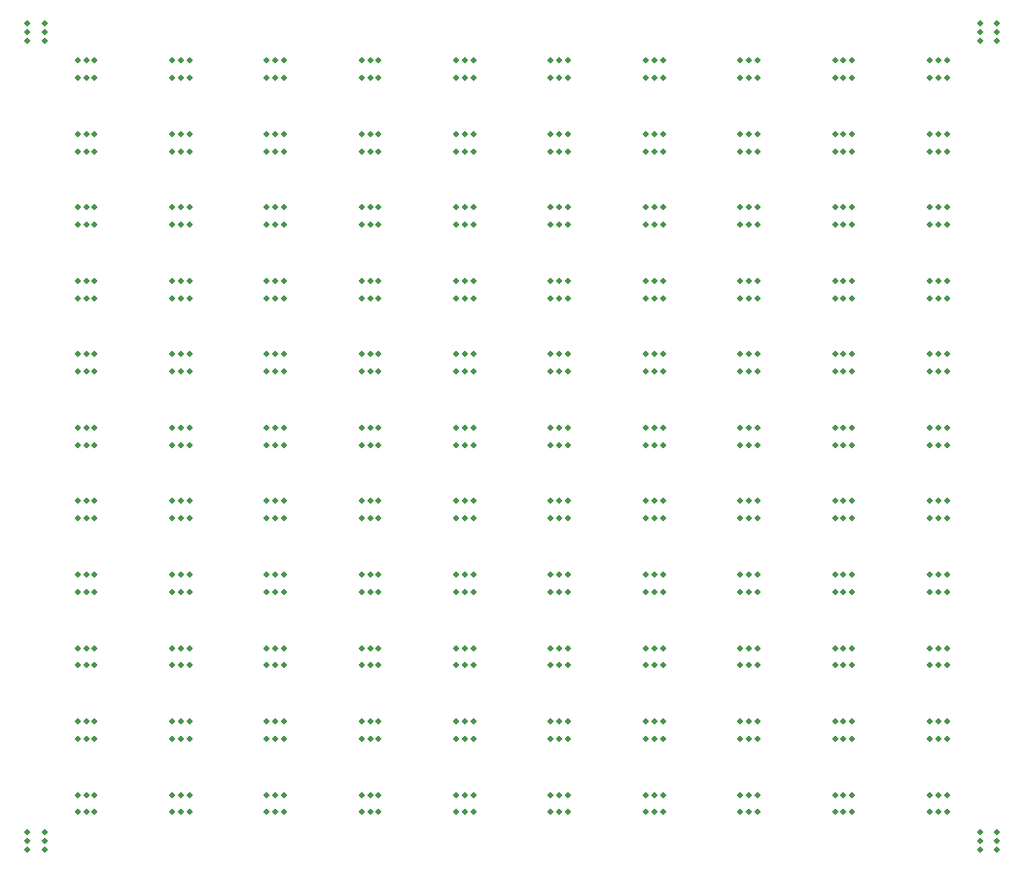
<source format=gbr>
%TF.GenerationSoftware,KiCad,Pcbnew,7.0.1*%
%TF.CreationDate,2024-10-11T23:10:47-04:00*%
%TF.ProjectId,PEST-panel,50455354-2d70-4616-9e65-6c2e6b696361,rev?*%
%TF.SameCoordinates,Original*%
%TF.FileFunction,Soldermask,Top*%
%TF.FilePolarity,Negative*%
%FSLAX46Y46*%
G04 Gerber Fmt 4.6, Leading zero omitted, Abs format (unit mm)*
G04 Created by KiCad (PCBNEW 7.0.1) date 2024-10-11 23:10:47*
%MOMM*%
%LPD*%
G01*
G04 APERTURE LIST*
%ADD10C,0.500000*%
G04 APERTURE END LIST*
D10*
%TO.C,REF\u002A\u002A*%
X-3621587Y-63243000D03*
X-5121587Y-63243000D03*
X-3621587Y-63993000D03*
X-5121587Y-63993000D03*
X-3621587Y-64743000D03*
X-5121587Y-64743000D03*
%TD*%
%TO.C,REF\u002A\u002A*%
X79310153Y-63243000D03*
X77810153Y-63243000D03*
X79310153Y-63993000D03*
X77810153Y-63993000D03*
X79310153Y-64743000D03*
X77810153Y-64743000D03*
%TD*%
%TO.C,REF\u002A\u002A*%
X77810153Y5697000D03*
X79310153Y5697000D03*
X77810153Y6447000D03*
X79310153Y6447000D03*
X77810153Y7197000D03*
X79310153Y7197000D03*
%TD*%
%TO.C,REF\u002A\u002A*%
X-5121587Y5697000D03*
X-3621587Y5697000D03*
X-5121587Y6447000D03*
X-3621587Y6447000D03*
X-5121587Y7197000D03*
X-3621587Y7197000D03*
%TD*%
%TO.C,REF\u002A\u002A198*%
X750000Y-61493000D03*
X750000Y-59993000D03*
X0Y-61493000D03*
X0Y-59993000D03*
X-750000Y-61493000D03*
X-750000Y-59993000D03*
%TD*%
%TO.C,REF\u002A\u002A196*%
X8993174Y-61493000D03*
X8993174Y-59993000D03*
X8243174Y-61493000D03*
X8243174Y-59993000D03*
X7493174Y-61493000D03*
X7493174Y-59993000D03*
%TD*%
%TO.C,REF\u002A\u002A191*%
X25479522Y-61493000D03*
X25479522Y-59993000D03*
X24729522Y-61493000D03*
X24729522Y-59993000D03*
X23979522Y-61493000D03*
X23979522Y-59993000D03*
%TD*%
%TO.C,REF\u002A\u002A194*%
X17236348Y-61493000D03*
X17236348Y-59993000D03*
X16486348Y-61493000D03*
X16486348Y-59993000D03*
X15736348Y-61493000D03*
X15736348Y-59993000D03*
%TD*%
%TO.C,REF\u002A\u002A183*%
X58452218Y-61493000D03*
X58452218Y-59993000D03*
X57702218Y-61493000D03*
X57702218Y-59993000D03*
X56952218Y-61493000D03*
X56952218Y-59993000D03*
%TD*%
%TO.C,REF\u002A\u002A190*%
X33722696Y-61493000D03*
X33722696Y-59993000D03*
X32972696Y-61493000D03*
X32972696Y-59993000D03*
X32222696Y-61493000D03*
X32222696Y-59993000D03*
%TD*%
%TO.C,REF\u002A\u002A187*%
X41965870Y-61493000D03*
X41965870Y-59993000D03*
X41215870Y-61493000D03*
X41215870Y-59993000D03*
X40465870Y-61493000D03*
X40465870Y-59993000D03*
%TD*%
%TO.C,REF\u002A\u002A185*%
X50209044Y-61493000D03*
X50209044Y-59993000D03*
X49459044Y-61493000D03*
X49459044Y-59993000D03*
X48709044Y-61493000D03*
X48709044Y-59993000D03*
%TD*%
%TO.C,REF\u002A\u002A181*%
X66695392Y-61493000D03*
X66695392Y-59993000D03*
X65945392Y-61493000D03*
X65945392Y-59993000D03*
X65195392Y-61493000D03*
X65195392Y-59993000D03*
%TD*%
%TO.C,REF\u002A\u002A179*%
X74938566Y-61493000D03*
X74938566Y-59993000D03*
X74188566Y-61493000D03*
X74188566Y-59993000D03*
X73438566Y-61493000D03*
X73438566Y-59993000D03*
%TD*%
%TO.C,REF\u002A\u002A198*%
X73438566Y-53599000D03*
X73438566Y-55099000D03*
X74188566Y-53599000D03*
X74188566Y-55099000D03*
X74938566Y-53599000D03*
X74938566Y-55099000D03*
%TD*%
%TO.C,REF\u002A\u002A196*%
X65195392Y-53599000D03*
X65195392Y-55099000D03*
X65945392Y-53599000D03*
X65945392Y-55099000D03*
X66695392Y-53599000D03*
X66695392Y-55099000D03*
%TD*%
%TO.C,REF\u002A\u002A194*%
X56952218Y-53599000D03*
X56952218Y-55099000D03*
X57702218Y-53599000D03*
X57702218Y-55099000D03*
X58452218Y-53599000D03*
X58452218Y-55099000D03*
%TD*%
%TO.C,REF\u002A\u002A191*%
X48709044Y-53599000D03*
X48709044Y-55099000D03*
X49459044Y-53599000D03*
X49459044Y-55099000D03*
X50209044Y-53599000D03*
X50209044Y-55099000D03*
%TD*%
%TO.C,REF\u002A\u002A190*%
X40465870Y-53599000D03*
X40465870Y-55099000D03*
X41215870Y-53599000D03*
X41215870Y-55099000D03*
X41965870Y-53599000D03*
X41965870Y-55099000D03*
%TD*%
%TO.C,REF\u002A\u002A187*%
X32222696Y-53599000D03*
X32222696Y-55099000D03*
X32972696Y-53599000D03*
X32972696Y-55099000D03*
X33722696Y-53599000D03*
X33722696Y-55099000D03*
%TD*%
%TO.C,REF\u002A\u002A185*%
X23979522Y-53599000D03*
X23979522Y-55099000D03*
X24729522Y-53599000D03*
X24729522Y-55099000D03*
X25479522Y-53599000D03*
X25479522Y-55099000D03*
%TD*%
%TO.C,REF\u002A\u002A183*%
X15736348Y-53599000D03*
X15736348Y-55099000D03*
X16486348Y-53599000D03*
X16486348Y-55099000D03*
X17236348Y-53599000D03*
X17236348Y-55099000D03*
%TD*%
%TO.C,REF\u002A\u002A181*%
X7493174Y-53599000D03*
X7493174Y-55099000D03*
X8243174Y-53599000D03*
X8243174Y-55099000D03*
X8993174Y-53599000D03*
X8993174Y-55099000D03*
%TD*%
%TO.C,REF\u002A\u002A179*%
X-750000Y-53599000D03*
X-750000Y-55099000D03*
X0Y-53599000D03*
X0Y-55099000D03*
X750000Y-53599000D03*
X750000Y-55099000D03*
%TD*%
%TO.C,REF\u002A\u002A178*%
X73438566Y-47205000D03*
X73438566Y-48705000D03*
X74188566Y-47205000D03*
X74188566Y-48705000D03*
X74938566Y-47205000D03*
X74938566Y-48705000D03*
%TD*%
%TO.C,REF\u002A\u002A176*%
X65195392Y-47205000D03*
X65195392Y-48705000D03*
X65945392Y-47205000D03*
X65945392Y-48705000D03*
X66695392Y-47205000D03*
X66695392Y-48705000D03*
%TD*%
%TO.C,REF\u002A\u002A173*%
X56952218Y-47205000D03*
X56952218Y-48705000D03*
X57702218Y-47205000D03*
X57702218Y-48705000D03*
X58452218Y-47205000D03*
X58452218Y-48705000D03*
%TD*%
%TO.C,REF\u002A\u002A171*%
X48709044Y-47205000D03*
X48709044Y-48705000D03*
X49459044Y-47205000D03*
X49459044Y-48705000D03*
X50209044Y-47205000D03*
X50209044Y-48705000D03*
%TD*%
%TO.C,REF\u002A\u002A169*%
X40465870Y-47205000D03*
X40465870Y-48705000D03*
X41215870Y-47205000D03*
X41215870Y-48705000D03*
X41965870Y-47205000D03*
X41965870Y-48705000D03*
%TD*%
%TO.C,REF\u002A\u002A168*%
X32222696Y-47205000D03*
X32222696Y-48705000D03*
X32972696Y-47205000D03*
X32972696Y-48705000D03*
X33722696Y-47205000D03*
X33722696Y-48705000D03*
%TD*%
%TO.C,REF\u002A\u002A166*%
X23979522Y-47205000D03*
X23979522Y-48705000D03*
X24729522Y-47205000D03*
X24729522Y-48705000D03*
X25479522Y-47205000D03*
X25479522Y-48705000D03*
%TD*%
%TO.C,REF\u002A\u002A164*%
X15736348Y-47205000D03*
X15736348Y-48705000D03*
X16486348Y-47205000D03*
X16486348Y-48705000D03*
X17236348Y-47205000D03*
X17236348Y-48705000D03*
%TD*%
%TO.C,REF\u002A\u002A162*%
X7493174Y-47205000D03*
X7493174Y-48705000D03*
X8243174Y-47205000D03*
X8243174Y-48705000D03*
X8993174Y-47205000D03*
X8993174Y-48705000D03*
%TD*%
%TO.C,REF\u002A\u002A159*%
X-750000Y-47205000D03*
X-750000Y-48705000D03*
X0Y-47205000D03*
X0Y-48705000D03*
X750000Y-47205000D03*
X750000Y-48705000D03*
%TD*%
%TO.C,REF\u002A\u002A157*%
X73438566Y-40811000D03*
X73438566Y-42311000D03*
X74188566Y-40811000D03*
X74188566Y-42311000D03*
X74938566Y-40811000D03*
X74938566Y-42311000D03*
%TD*%
%TO.C,REF\u002A\u002A156*%
X65195392Y-40811000D03*
X65195392Y-42311000D03*
X65945392Y-40811000D03*
X65945392Y-42311000D03*
X66695392Y-40811000D03*
X66695392Y-42311000D03*
%TD*%
%TO.C,REF\u002A\u002A153*%
X56952218Y-40811000D03*
X56952218Y-42311000D03*
X57702218Y-40811000D03*
X57702218Y-42311000D03*
X58452218Y-40811000D03*
X58452218Y-42311000D03*
%TD*%
%TO.C,REF\u002A\u002A152*%
X48709044Y-40811000D03*
X48709044Y-42311000D03*
X49459044Y-40811000D03*
X49459044Y-42311000D03*
X50209044Y-40811000D03*
X50209044Y-42311000D03*
%TD*%
%TO.C,REF\u002A\u002A150*%
X40465870Y-40811000D03*
X40465870Y-42311000D03*
X41215870Y-40811000D03*
X41215870Y-42311000D03*
X41965870Y-40811000D03*
X41965870Y-42311000D03*
%TD*%
%TO.C,REF\u002A\u002A148*%
X32222696Y-40811000D03*
X32222696Y-42311000D03*
X32972696Y-40811000D03*
X32972696Y-42311000D03*
X33722696Y-40811000D03*
X33722696Y-42311000D03*
%TD*%
%TO.C,REF\u002A\u002A146*%
X23979522Y-40811000D03*
X23979522Y-42311000D03*
X24729522Y-40811000D03*
X24729522Y-42311000D03*
X25479522Y-40811000D03*
X25479522Y-42311000D03*
%TD*%
%TO.C,REF\u002A\u002A143*%
X15736348Y-40811000D03*
X15736348Y-42311000D03*
X16486348Y-40811000D03*
X16486348Y-42311000D03*
X17236348Y-40811000D03*
X17236348Y-42311000D03*
%TD*%
%TO.C,REF\u002A\u002A142*%
X7493174Y-40811000D03*
X7493174Y-42311000D03*
X8243174Y-40811000D03*
X8243174Y-42311000D03*
X8993174Y-40811000D03*
X8993174Y-42311000D03*
%TD*%
%TO.C,REF\u002A\u002A139*%
X-750000Y-40811000D03*
X-750000Y-42311000D03*
X0Y-40811000D03*
X0Y-42311000D03*
X750000Y-40811000D03*
X750000Y-42311000D03*
%TD*%
%TO.C,REF\u002A\u002A137*%
X73438566Y-34417000D03*
X73438566Y-35917000D03*
X74188566Y-34417000D03*
X74188566Y-35917000D03*
X74938566Y-34417000D03*
X74938566Y-35917000D03*
%TD*%
%TO.C,REF\u002A\u002A135*%
X65195392Y-34417000D03*
X65195392Y-35917000D03*
X65945392Y-34417000D03*
X65945392Y-35917000D03*
X66695392Y-34417000D03*
X66695392Y-35917000D03*
%TD*%
%TO.C,REF\u002A\u002A133*%
X56952218Y-34417000D03*
X56952218Y-35917000D03*
X57702218Y-34417000D03*
X57702218Y-35917000D03*
X58452218Y-34417000D03*
X58452218Y-35917000D03*
%TD*%
%TO.C,REF\u002A\u002A131*%
X48709044Y-34417000D03*
X48709044Y-35917000D03*
X49459044Y-34417000D03*
X49459044Y-35917000D03*
X50209044Y-34417000D03*
X50209044Y-35917000D03*
%TD*%
%TO.C,REF\u002A\u002A129*%
X40465870Y-34417000D03*
X40465870Y-35917000D03*
X41215870Y-34417000D03*
X41215870Y-35917000D03*
X41965870Y-34417000D03*
X41965870Y-35917000D03*
%TD*%
%TO.C,REF\u002A\u002A127*%
X32222696Y-34417000D03*
X32222696Y-35917000D03*
X32972696Y-34417000D03*
X32972696Y-35917000D03*
X33722696Y-34417000D03*
X33722696Y-35917000D03*
%TD*%
%TO.C,REF\u002A\u002A126*%
X23979522Y-34417000D03*
X23979522Y-35917000D03*
X24729522Y-34417000D03*
X24729522Y-35917000D03*
X25479522Y-34417000D03*
X25479522Y-35917000D03*
%TD*%
%TO.C,REF\u002A\u002A124*%
X15736348Y-34417000D03*
X15736348Y-35917000D03*
X16486348Y-34417000D03*
X16486348Y-35917000D03*
X17236348Y-34417000D03*
X17236348Y-35917000D03*
%TD*%
%TO.C,REF\u002A\u002A122*%
X7493174Y-34417000D03*
X7493174Y-35917000D03*
X8243174Y-34417000D03*
X8243174Y-35917000D03*
X8993174Y-34417000D03*
X8993174Y-35917000D03*
%TD*%
%TO.C,REF\u002A\u002A119*%
X-750000Y-34417000D03*
X-750000Y-35917000D03*
X0Y-34417000D03*
X0Y-35917000D03*
X750000Y-34417000D03*
X750000Y-35917000D03*
%TD*%
%TO.C,REF\u002A\u002A117*%
X73438566Y-28023000D03*
X73438566Y-29523000D03*
X74188566Y-28023000D03*
X74188566Y-29523000D03*
X74938566Y-28023000D03*
X74938566Y-29523000D03*
%TD*%
%TO.C,REF\u002A\u002A115*%
X65195392Y-28023000D03*
X65195392Y-29523000D03*
X65945392Y-28023000D03*
X65945392Y-29523000D03*
X66695392Y-28023000D03*
X66695392Y-29523000D03*
%TD*%
%TO.C,REF\u002A\u002A113*%
X56952218Y-28023000D03*
X56952218Y-29523000D03*
X57702218Y-28023000D03*
X57702218Y-29523000D03*
X58452218Y-28023000D03*
X58452218Y-29523000D03*
%TD*%
%TO.C,REF\u002A\u002A111*%
X48709044Y-28023000D03*
X48709044Y-29523000D03*
X49459044Y-28023000D03*
X49459044Y-29523000D03*
X50209044Y-28023000D03*
X50209044Y-29523000D03*
%TD*%
%TO.C,REF\u002A\u002A109*%
X40465870Y-28023000D03*
X40465870Y-29523000D03*
X41215870Y-28023000D03*
X41215870Y-29523000D03*
X41965870Y-28023000D03*
X41965870Y-29523000D03*
%TD*%
%TO.C,REF\u002A\u002A108*%
X32222696Y-28023000D03*
X32222696Y-29523000D03*
X32972696Y-28023000D03*
X32972696Y-29523000D03*
X33722696Y-28023000D03*
X33722696Y-29523000D03*
%TD*%
%TO.C,REF\u002A\u002A105*%
X23979522Y-28023000D03*
X23979522Y-29523000D03*
X24729522Y-28023000D03*
X24729522Y-29523000D03*
X25479522Y-28023000D03*
X25479522Y-29523000D03*
%TD*%
%TO.C,REF\u002A\u002A104*%
X15736348Y-28023000D03*
X15736348Y-29523000D03*
X16486348Y-28023000D03*
X16486348Y-29523000D03*
X17236348Y-28023000D03*
X17236348Y-29523000D03*
%TD*%
%TO.C,REF\u002A\u002A102*%
X7493174Y-28023000D03*
X7493174Y-29523000D03*
X8243174Y-28023000D03*
X8243174Y-29523000D03*
X8993174Y-28023000D03*
X8993174Y-29523000D03*
%TD*%
%TO.C,REF\u002A\u002A100*%
X-750000Y-28023000D03*
X-750000Y-29523000D03*
X0Y-28023000D03*
X0Y-29523000D03*
X750000Y-28023000D03*
X750000Y-29523000D03*
%TD*%
%TO.C,REF\u002A\u002A97*%
X73438566Y-21629000D03*
X73438566Y-23129000D03*
X74188566Y-21629000D03*
X74188566Y-23129000D03*
X74938566Y-21629000D03*
X74938566Y-23129000D03*
%TD*%
%TO.C,REF\u002A\u002A96*%
X65195392Y-21629000D03*
X65195392Y-23129000D03*
X65945392Y-21629000D03*
X65945392Y-23129000D03*
X66695392Y-21629000D03*
X66695392Y-23129000D03*
%TD*%
%TO.C,REF\u002A\u002A93*%
X56952218Y-21629000D03*
X56952218Y-23129000D03*
X57702218Y-21629000D03*
X57702218Y-23129000D03*
X58452218Y-21629000D03*
X58452218Y-23129000D03*
%TD*%
%TO.C,REF\u002A\u002A92*%
X48709044Y-21629000D03*
X48709044Y-23129000D03*
X49459044Y-21629000D03*
X49459044Y-23129000D03*
X50209044Y-21629000D03*
X50209044Y-23129000D03*
%TD*%
%TO.C,REF\u002A\u002A90*%
X40465870Y-21629000D03*
X40465870Y-23129000D03*
X41215870Y-21629000D03*
X41215870Y-23129000D03*
X41965870Y-21629000D03*
X41965870Y-23129000D03*
%TD*%
%TO.C,REF\u002A\u002A87*%
X32222696Y-21629000D03*
X32222696Y-23129000D03*
X32972696Y-21629000D03*
X32972696Y-23129000D03*
X33722696Y-21629000D03*
X33722696Y-23129000D03*
%TD*%
%TO.C,REF\u002A\u002A86*%
X23979522Y-21629000D03*
X23979522Y-23129000D03*
X24729522Y-21629000D03*
X24729522Y-23129000D03*
X25479522Y-21629000D03*
X25479522Y-23129000D03*
%TD*%
%TO.C,REF\u002A\u002A83*%
X15736348Y-21629000D03*
X15736348Y-23129000D03*
X16486348Y-21629000D03*
X16486348Y-23129000D03*
X17236348Y-21629000D03*
X17236348Y-23129000D03*
%TD*%
%TO.C,REF\u002A\u002A82*%
X7493174Y-21629000D03*
X7493174Y-23129000D03*
X8243174Y-21629000D03*
X8243174Y-23129000D03*
X8993174Y-21629000D03*
X8993174Y-23129000D03*
%TD*%
%TO.C,REF\u002A\u002A80*%
X-750000Y-21629000D03*
X-750000Y-23129000D03*
X0Y-21629000D03*
X0Y-23129000D03*
X750000Y-21629000D03*
X750000Y-23129000D03*
%TD*%
%TO.C,REF\u002A\u002A78*%
X73438566Y-15235000D03*
X73438566Y-16735000D03*
X74188566Y-15235000D03*
X74188566Y-16735000D03*
X74938566Y-15235000D03*
X74938566Y-16735000D03*
%TD*%
%TO.C,REF\u002A\u002A76*%
X65195392Y-15235000D03*
X65195392Y-16735000D03*
X65945392Y-15235000D03*
X65945392Y-16735000D03*
X66695392Y-15235000D03*
X66695392Y-16735000D03*
%TD*%
%TO.C,REF\u002A\u002A73*%
X56952218Y-15235000D03*
X56952218Y-16735000D03*
X57702218Y-15235000D03*
X57702218Y-16735000D03*
X58452218Y-15235000D03*
X58452218Y-16735000D03*
%TD*%
%TO.C,REF\u002A\u002A71*%
X48709044Y-15235000D03*
X48709044Y-16735000D03*
X49459044Y-15235000D03*
X49459044Y-16735000D03*
X50209044Y-15235000D03*
X50209044Y-16735000D03*
%TD*%
%TO.C,REF\u002A\u002A70*%
X40465870Y-15235000D03*
X40465870Y-16735000D03*
X41215870Y-15235000D03*
X41215870Y-16735000D03*
X41965870Y-15235000D03*
X41965870Y-16735000D03*
%TD*%
%TO.C,REF\u002A\u002A68*%
X32222696Y-15235000D03*
X32222696Y-16735000D03*
X32972696Y-15235000D03*
X32972696Y-16735000D03*
X33722696Y-15235000D03*
X33722696Y-16735000D03*
%TD*%
%TO.C,REF\u002A\u002A65*%
X23979522Y-15235000D03*
X23979522Y-16735000D03*
X24729522Y-15235000D03*
X24729522Y-16735000D03*
X25479522Y-15235000D03*
X25479522Y-16735000D03*
%TD*%
%TO.C,REF\u002A\u002A63*%
X15736348Y-15235000D03*
X15736348Y-16735000D03*
X16486348Y-15235000D03*
X16486348Y-16735000D03*
X17236348Y-15235000D03*
X17236348Y-16735000D03*
%TD*%
%TO.C,REF\u002A\u002A62*%
X7493174Y-15235000D03*
X7493174Y-16735000D03*
X8243174Y-15235000D03*
X8243174Y-16735000D03*
X8993174Y-15235000D03*
X8993174Y-16735000D03*
%TD*%
%TO.C,REF\u002A\u002A60*%
X-750000Y-15235000D03*
X-750000Y-16735000D03*
X0Y-15235000D03*
X0Y-16735000D03*
X750000Y-15235000D03*
X750000Y-16735000D03*
%TD*%
%TO.C,REF\u002A\u002A57*%
X73438566Y-8841000D03*
X73438566Y-10341000D03*
X74188566Y-8841000D03*
X74188566Y-10341000D03*
X74938566Y-8841000D03*
X74938566Y-10341000D03*
%TD*%
%TO.C,REF\u002A\u002A55*%
X65195392Y-8841000D03*
X65195392Y-10341000D03*
X65945392Y-8841000D03*
X65945392Y-10341000D03*
X66695392Y-8841000D03*
X66695392Y-10341000D03*
%TD*%
%TO.C,REF\u002A\u002A54*%
X56952218Y-8841000D03*
X56952218Y-10341000D03*
X57702218Y-8841000D03*
X57702218Y-10341000D03*
X58452218Y-8841000D03*
X58452218Y-10341000D03*
%TD*%
%TO.C,REF\u002A\u002A51*%
X48709044Y-8841000D03*
X48709044Y-10341000D03*
X49459044Y-8841000D03*
X49459044Y-10341000D03*
X50209044Y-8841000D03*
X50209044Y-10341000D03*
%TD*%
%TO.C,REF\u002A\u002A50*%
X40465870Y-8841000D03*
X40465870Y-10341000D03*
X41215870Y-8841000D03*
X41215870Y-10341000D03*
X41965870Y-8841000D03*
X41965870Y-10341000D03*
%TD*%
%TO.C,REF\u002A\u002A47*%
X32222696Y-8841000D03*
X32222696Y-10341000D03*
X32972696Y-8841000D03*
X32972696Y-10341000D03*
X33722696Y-8841000D03*
X33722696Y-10341000D03*
%TD*%
%TO.C,REF\u002A\u002A45*%
X23979522Y-8841000D03*
X23979522Y-10341000D03*
X24729522Y-8841000D03*
X24729522Y-10341000D03*
X25479522Y-8841000D03*
X25479522Y-10341000D03*
%TD*%
%TO.C,REF\u002A\u002A43*%
X15736348Y-8841000D03*
X15736348Y-10341000D03*
X16486348Y-8841000D03*
X16486348Y-10341000D03*
X17236348Y-8841000D03*
X17236348Y-10341000D03*
%TD*%
%TO.C,REF\u002A\u002A41*%
X7493174Y-8841000D03*
X7493174Y-10341000D03*
X8243174Y-8841000D03*
X8243174Y-10341000D03*
X8993174Y-8841000D03*
X8993174Y-10341000D03*
%TD*%
%TO.C,REF\u002A\u002A40*%
X-750000Y-8841000D03*
X-750000Y-10341000D03*
X0Y-8841000D03*
X0Y-10341000D03*
X750000Y-8841000D03*
X750000Y-10341000D03*
%TD*%
%TO.C,REF\u002A\u002A38*%
X73438566Y-2447000D03*
X73438566Y-3947000D03*
X74188566Y-2447000D03*
X74188566Y-3947000D03*
X74938566Y-2447000D03*
X74938566Y-3947000D03*
%TD*%
%TO.C,REF\u002A\u002A35*%
X65195392Y-2447000D03*
X65195392Y-3947000D03*
X65945392Y-2447000D03*
X65945392Y-3947000D03*
X66695392Y-2447000D03*
X66695392Y-3947000D03*
%TD*%
%TO.C,REF\u002A\u002A33*%
X56952218Y-2447000D03*
X56952218Y-3947000D03*
X57702218Y-2447000D03*
X57702218Y-3947000D03*
X58452218Y-2447000D03*
X58452218Y-3947000D03*
%TD*%
%TO.C,REF\u002A\u002A32*%
X48709044Y-2447000D03*
X48709044Y-3947000D03*
X49459044Y-2447000D03*
X49459044Y-3947000D03*
X50209044Y-2447000D03*
X50209044Y-3947000D03*
%TD*%
%TO.C,REF\u002A\u002A29*%
X40465870Y-2447000D03*
X40465870Y-3947000D03*
X41215870Y-2447000D03*
X41215870Y-3947000D03*
X41965870Y-2447000D03*
X41965870Y-3947000D03*
%TD*%
%TO.C,REF\u002A\u002A27*%
X32222696Y-2447000D03*
X32222696Y-3947000D03*
X32972696Y-2447000D03*
X32972696Y-3947000D03*
X33722696Y-2447000D03*
X33722696Y-3947000D03*
%TD*%
%TO.C,REF\u002A\u002A26*%
X23979522Y-2447000D03*
X23979522Y-3947000D03*
X24729522Y-2447000D03*
X24729522Y-3947000D03*
X25479522Y-2447000D03*
X25479522Y-3947000D03*
%TD*%
%TO.C,REF\u002A\u002A24*%
X15736348Y-2447000D03*
X15736348Y-3947000D03*
X16486348Y-2447000D03*
X16486348Y-3947000D03*
X17236348Y-2447000D03*
X17236348Y-3947000D03*
%TD*%
%TO.C,REF\u002A\u002A21*%
X7493174Y-2447000D03*
X7493174Y-3947000D03*
X8243174Y-2447000D03*
X8243174Y-3947000D03*
X8993174Y-2447000D03*
X8993174Y-3947000D03*
%TD*%
%TO.C,REF\u002A\u002A19*%
X-750000Y-2447000D03*
X-750000Y-3947000D03*
X0Y-2447000D03*
X0Y-3947000D03*
X750000Y-2447000D03*
X750000Y-3947000D03*
%TD*%
%TO.C,REF\u002A\u002A18*%
X73438566Y3947000D03*
X73438566Y2447000D03*
X74188566Y3947000D03*
X74188566Y2447000D03*
X74938566Y3947000D03*
X74938566Y2447000D03*
%TD*%
%TO.C,REF\u002A\u002A16*%
X65195392Y3947000D03*
X65195392Y2447000D03*
X65945392Y3947000D03*
X65945392Y2447000D03*
X66695392Y3947000D03*
X66695392Y2447000D03*
%TD*%
%TO.C,REF\u002A\u002A14*%
X56952218Y3947000D03*
X56952218Y2447000D03*
X57702218Y3947000D03*
X57702218Y2447000D03*
X58452218Y3947000D03*
X58452218Y2447000D03*
%TD*%
%TO.C,REF\u002A\u002A11*%
X48709044Y3947000D03*
X48709044Y2447000D03*
X49459044Y3947000D03*
X49459044Y2447000D03*
X50209044Y3947000D03*
X50209044Y2447000D03*
%TD*%
%TO.C,REF\u002A\u002A10*%
X40465870Y3947000D03*
X40465870Y2447000D03*
X41215870Y3947000D03*
X41215870Y2447000D03*
X41965870Y3947000D03*
X41965870Y2447000D03*
%TD*%
%TO.C,REF\u002A\u002A8*%
X32222696Y3947000D03*
X32222696Y2447000D03*
X32972696Y3947000D03*
X32972696Y2447000D03*
X33722696Y3947000D03*
X33722696Y2447000D03*
%TD*%
%TO.C,REF\u002A\u002A5*%
X23979522Y3947000D03*
X23979522Y2447000D03*
X24729522Y3947000D03*
X24729522Y2447000D03*
X25479522Y3947000D03*
X25479522Y2447000D03*
%TD*%
%TO.C,REF\u002A\u002A4*%
X15736348Y3947000D03*
X15736348Y2447000D03*
X16486348Y3947000D03*
X16486348Y2447000D03*
X17236348Y3947000D03*
X17236348Y2447000D03*
%TD*%
%TO.C,REF\u002A\u002A1*%
X7493174Y3947000D03*
X7493174Y2447000D03*
X8243174Y3947000D03*
X8243174Y2447000D03*
X8993174Y3947000D03*
X8993174Y2447000D03*
%TD*%
%TO.C,REF\u002A\u002A*%
X750000Y2447000D03*
X750000Y3947000D03*
X0Y2447000D03*
X0Y3947000D03*
X-750000Y2447000D03*
X-750000Y3947000D03*
%TD*%
M02*

</source>
